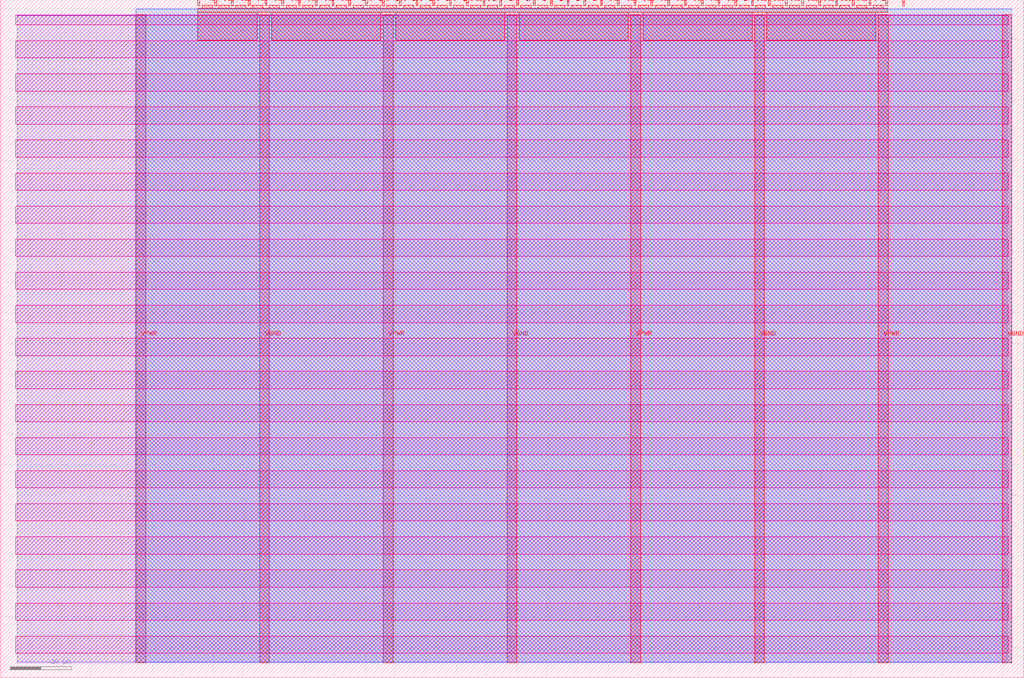
<source format=lef>
VERSION 5.7 ;
  NOWIREEXTENSIONATPIN ON ;
  DIVIDERCHAR "/" ;
  BUSBITCHARS "[]" ;
MACRO tt_um_wokwi_380229599886002177_dup
  CLASS BLOCK ;
  FOREIGN tt_um_wokwi_380229599886002177_dup ;
  ORIGIN 0.000 0.000 ;
  SIZE 168.360 BY 111.520 ;
  PIN VGND
    DIRECTION INOUT ;
    USE GROUND ;
    PORT
      LAYER met4 ;
        RECT 42.670 2.480 44.270 109.040 ;
    END
    PORT
      LAYER met4 ;
        RECT 83.380 2.480 84.980 109.040 ;
    END
    PORT
      LAYER met4 ;
        RECT 124.090 2.480 125.690 109.040 ;
    END
    PORT
      LAYER met4 ;
        RECT 164.800 2.480 166.400 109.040 ;
    END
  END VGND
  PIN VPWR
    DIRECTION INOUT ;
    USE POWER ;
    PORT
      LAYER met4 ;
        RECT 22.315 2.480 23.915 109.040 ;
    END
    PORT
      LAYER met4 ;
        RECT 63.025 2.480 64.625 109.040 ;
    END
    PORT
      LAYER met4 ;
        RECT 103.735 2.480 105.335 109.040 ;
    END
    PORT
      LAYER met4 ;
        RECT 144.445 2.480 146.045 109.040 ;
    END
  END VPWR
  PIN clk
    DIRECTION INPUT ;
    USE SIGNAL ;
    ANTENNAGATEAREA 0.852000 ;
    PORT
      LAYER met4 ;
        RECT 145.670 110.520 145.970 111.520 ;
    END
  END clk
  PIN ena
    DIRECTION INPUT ;
    USE SIGNAL ;
    PORT
      LAYER met4 ;
        RECT 148.430 110.520 148.730 111.520 ;
    END
  END ena
  PIN rst_n
    DIRECTION INPUT ;
    USE SIGNAL ;
    ANTENNAGATEAREA 0.213000 ;
    PORT
      LAYER met4 ;
        RECT 142.910 110.520 143.210 111.520 ;
    END
  END rst_n
  PIN ui_in[0]
    DIRECTION INPUT ;
    USE SIGNAL ;
    ANTENNAGATEAREA 0.196500 ;
    PORT
      LAYER met4 ;
        RECT 140.150 110.520 140.450 111.520 ;
    END
  END ui_in[0]
  PIN ui_in[1]
    DIRECTION INPUT ;
    USE SIGNAL ;
    ANTENNAGATEAREA 0.196500 ;
    PORT
      LAYER met4 ;
        RECT 137.390 110.520 137.690 111.520 ;
    END
  END ui_in[1]
  PIN ui_in[2]
    DIRECTION INPUT ;
    USE SIGNAL ;
    ANTENNAGATEAREA 0.196500 ;
    PORT
      LAYER met4 ;
        RECT 134.630 110.520 134.930 111.520 ;
    END
  END ui_in[2]
  PIN ui_in[3]
    DIRECTION INPUT ;
    USE SIGNAL ;
    ANTENNAGATEAREA 0.196500 ;
    PORT
      LAYER met4 ;
        RECT 131.870 110.520 132.170 111.520 ;
    END
  END ui_in[3]
  PIN ui_in[4]
    DIRECTION INPUT ;
    USE SIGNAL ;
    PORT
      LAYER met4 ;
        RECT 129.110 110.520 129.410 111.520 ;
    END
  END ui_in[4]
  PIN ui_in[5]
    DIRECTION INPUT ;
    USE SIGNAL ;
    PORT
      LAYER met4 ;
        RECT 126.350 110.520 126.650 111.520 ;
    END
  END ui_in[5]
  PIN ui_in[6]
    DIRECTION INPUT ;
    USE SIGNAL ;
    PORT
      LAYER met4 ;
        RECT 123.590 110.520 123.890 111.520 ;
    END
  END ui_in[6]
  PIN ui_in[7]
    DIRECTION INPUT ;
    USE SIGNAL ;
    PORT
      LAYER met4 ;
        RECT 120.830 110.520 121.130 111.520 ;
    END
  END ui_in[7]
  PIN uio_in[0]
    DIRECTION INPUT ;
    USE SIGNAL ;
    PORT
      LAYER met4 ;
        RECT 118.070 110.520 118.370 111.520 ;
    END
  END uio_in[0]
  PIN uio_in[1]
    DIRECTION INPUT ;
    USE SIGNAL ;
    PORT
      LAYER met4 ;
        RECT 115.310 110.520 115.610 111.520 ;
    END
  END uio_in[1]
  PIN uio_in[2]
    DIRECTION INPUT ;
    USE SIGNAL ;
    PORT
      LAYER met4 ;
        RECT 112.550 110.520 112.850 111.520 ;
    END
  END uio_in[2]
  PIN uio_in[3]
    DIRECTION INPUT ;
    USE SIGNAL ;
    PORT
      LAYER met4 ;
        RECT 109.790 110.520 110.090 111.520 ;
    END
  END uio_in[3]
  PIN uio_in[4]
    DIRECTION INPUT ;
    USE SIGNAL ;
    PORT
      LAYER met4 ;
        RECT 107.030 110.520 107.330 111.520 ;
    END
  END uio_in[4]
  PIN uio_in[5]
    DIRECTION INPUT ;
    USE SIGNAL ;
    PORT
      LAYER met4 ;
        RECT 104.270 110.520 104.570 111.520 ;
    END
  END uio_in[5]
  PIN uio_in[6]
    DIRECTION INPUT ;
    USE SIGNAL ;
    PORT
      LAYER met4 ;
        RECT 101.510 110.520 101.810 111.520 ;
    END
  END uio_in[6]
  PIN uio_in[7]
    DIRECTION INPUT ;
    USE SIGNAL ;
    PORT
      LAYER met4 ;
        RECT 98.750 110.520 99.050 111.520 ;
    END
  END uio_in[7]
  PIN uio_oe[0]
    DIRECTION OUTPUT TRISTATE ;
    USE SIGNAL ;
    PORT
      LAYER met4 ;
        RECT 51.830 110.520 52.130 111.520 ;
    END
  END uio_oe[0]
  PIN uio_oe[1]
    DIRECTION OUTPUT TRISTATE ;
    USE SIGNAL ;
    PORT
      LAYER met4 ;
        RECT 49.070 110.520 49.370 111.520 ;
    END
  END uio_oe[1]
  PIN uio_oe[2]
    DIRECTION OUTPUT TRISTATE ;
    USE SIGNAL ;
    PORT
      LAYER met4 ;
        RECT 46.310 110.520 46.610 111.520 ;
    END
  END uio_oe[2]
  PIN uio_oe[3]
    DIRECTION OUTPUT TRISTATE ;
    USE SIGNAL ;
    PORT
      LAYER met4 ;
        RECT 43.550 110.520 43.850 111.520 ;
    END
  END uio_oe[3]
  PIN uio_oe[4]
    DIRECTION OUTPUT TRISTATE ;
    USE SIGNAL ;
    PORT
      LAYER met4 ;
        RECT 40.790 110.520 41.090 111.520 ;
    END
  END uio_oe[4]
  PIN uio_oe[5]
    DIRECTION OUTPUT TRISTATE ;
    USE SIGNAL ;
    PORT
      LAYER met4 ;
        RECT 38.030 110.520 38.330 111.520 ;
    END
  END uio_oe[5]
  PIN uio_oe[6]
    DIRECTION OUTPUT TRISTATE ;
    USE SIGNAL ;
    PORT
      LAYER met4 ;
        RECT 35.270 110.520 35.570 111.520 ;
    END
  END uio_oe[6]
  PIN uio_oe[7]
    DIRECTION OUTPUT TRISTATE ;
    USE SIGNAL ;
    PORT
      LAYER met4 ;
        RECT 32.510 110.520 32.810 111.520 ;
    END
  END uio_oe[7]
  PIN uio_out[0]
    DIRECTION OUTPUT TRISTATE ;
    USE SIGNAL ;
    PORT
      LAYER met4 ;
        RECT 73.910 110.520 74.210 111.520 ;
    END
  END uio_out[0]
  PIN uio_out[1]
    DIRECTION OUTPUT TRISTATE ;
    USE SIGNAL ;
    PORT
      LAYER met4 ;
        RECT 71.150 110.520 71.450 111.520 ;
    END
  END uio_out[1]
  PIN uio_out[2]
    DIRECTION OUTPUT TRISTATE ;
    USE SIGNAL ;
    PORT
      LAYER met4 ;
        RECT 68.390 110.520 68.690 111.520 ;
    END
  END uio_out[2]
  PIN uio_out[3]
    DIRECTION OUTPUT TRISTATE ;
    USE SIGNAL ;
    PORT
      LAYER met4 ;
        RECT 65.630 110.520 65.930 111.520 ;
    END
  END uio_out[3]
  PIN uio_out[4]
    DIRECTION OUTPUT TRISTATE ;
    USE SIGNAL ;
    PORT
      LAYER met4 ;
        RECT 62.870 110.520 63.170 111.520 ;
    END
  END uio_out[4]
  PIN uio_out[5]
    DIRECTION OUTPUT TRISTATE ;
    USE SIGNAL ;
    PORT
      LAYER met4 ;
        RECT 60.110 110.520 60.410 111.520 ;
    END
  END uio_out[5]
  PIN uio_out[6]
    DIRECTION OUTPUT TRISTATE ;
    USE SIGNAL ;
    PORT
      LAYER met4 ;
        RECT 57.350 110.520 57.650 111.520 ;
    END
  END uio_out[6]
  PIN uio_out[7]
    DIRECTION OUTPUT TRISTATE ;
    USE SIGNAL ;
    PORT
      LAYER met4 ;
        RECT 54.590 110.520 54.890 111.520 ;
    END
  END uio_out[7]
  PIN uo_out[0]
    DIRECTION OUTPUT TRISTATE ;
    USE SIGNAL ;
    ANTENNADIFFAREA 0.795200 ;
    PORT
      LAYER met4 ;
        RECT 95.990 110.520 96.290 111.520 ;
    END
  END uo_out[0]
  PIN uo_out[1]
    DIRECTION OUTPUT TRISTATE ;
    USE SIGNAL ;
    ANTENNADIFFAREA 0.445500 ;
    PORT
      LAYER met4 ;
        RECT 93.230 110.520 93.530 111.520 ;
    END
  END uo_out[1]
  PIN uo_out[2]
    DIRECTION OUTPUT TRISTATE ;
    USE SIGNAL ;
    ANTENNADIFFAREA 0.445500 ;
    PORT
      LAYER met4 ;
        RECT 90.470 110.520 90.770 111.520 ;
    END
  END uo_out[2]
  PIN uo_out[3]
    DIRECTION OUTPUT TRISTATE ;
    USE SIGNAL ;
    ANTENNADIFFAREA 0.445500 ;
    PORT
      LAYER met4 ;
        RECT 87.710 110.520 88.010 111.520 ;
    END
  END uo_out[3]
  PIN uo_out[4]
    DIRECTION OUTPUT TRISTATE ;
    USE SIGNAL ;
    PORT
      LAYER met4 ;
        RECT 84.950 110.520 85.250 111.520 ;
    END
  END uo_out[4]
  PIN uo_out[5]
    DIRECTION OUTPUT TRISTATE ;
    USE SIGNAL ;
    PORT
      LAYER met4 ;
        RECT 82.190 110.520 82.490 111.520 ;
    END
  END uo_out[5]
  PIN uo_out[6]
    DIRECTION OUTPUT TRISTATE ;
    USE SIGNAL ;
    PORT
      LAYER met4 ;
        RECT 79.430 110.520 79.730 111.520 ;
    END
  END uo_out[6]
  PIN uo_out[7]
    DIRECTION OUTPUT TRISTATE ;
    USE SIGNAL ;
    PORT
      LAYER met4 ;
        RECT 76.670 110.520 76.970 111.520 ;
    END
  END uo_out[7]
  OBS
      LAYER nwell ;
        RECT 2.570 107.385 165.790 108.990 ;
        RECT 2.570 101.945 165.790 104.775 ;
        RECT 2.570 96.505 165.790 99.335 ;
        RECT 2.570 91.065 165.790 93.895 ;
        RECT 2.570 85.625 165.790 88.455 ;
        RECT 2.570 80.185 165.790 83.015 ;
        RECT 2.570 74.745 165.790 77.575 ;
        RECT 2.570 69.305 165.790 72.135 ;
        RECT 2.570 63.865 165.790 66.695 ;
        RECT 2.570 58.425 165.790 61.255 ;
        RECT 2.570 52.985 165.790 55.815 ;
        RECT 2.570 47.545 165.790 50.375 ;
        RECT 2.570 42.105 165.790 44.935 ;
        RECT 2.570 36.665 165.790 39.495 ;
        RECT 2.570 31.225 165.790 34.055 ;
        RECT 2.570 25.785 165.790 28.615 ;
        RECT 2.570 20.345 165.790 23.175 ;
        RECT 2.570 14.905 165.790 17.735 ;
        RECT 2.570 9.465 165.790 12.295 ;
        RECT 2.570 4.025 165.790 6.855 ;
      LAYER li1 ;
        RECT 2.760 2.635 165.600 108.885 ;
      LAYER met1 ;
        RECT 2.760 2.480 166.400 109.040 ;
      LAYER met2 ;
        RECT 22.345 2.535 166.370 110.005 ;
      LAYER met3 ;
        RECT 22.325 2.555 166.390 109.985 ;
      LAYER met4 ;
        RECT 33.210 110.120 34.870 110.650 ;
        RECT 35.970 110.120 37.630 110.650 ;
        RECT 38.730 110.120 40.390 110.650 ;
        RECT 41.490 110.120 43.150 110.650 ;
        RECT 44.250 110.120 45.910 110.650 ;
        RECT 47.010 110.120 48.670 110.650 ;
        RECT 49.770 110.120 51.430 110.650 ;
        RECT 52.530 110.120 54.190 110.650 ;
        RECT 55.290 110.120 56.950 110.650 ;
        RECT 58.050 110.120 59.710 110.650 ;
        RECT 60.810 110.120 62.470 110.650 ;
        RECT 63.570 110.120 65.230 110.650 ;
        RECT 66.330 110.120 67.990 110.650 ;
        RECT 69.090 110.120 70.750 110.650 ;
        RECT 71.850 110.120 73.510 110.650 ;
        RECT 74.610 110.120 76.270 110.650 ;
        RECT 77.370 110.120 79.030 110.650 ;
        RECT 80.130 110.120 81.790 110.650 ;
        RECT 82.890 110.120 84.550 110.650 ;
        RECT 85.650 110.120 87.310 110.650 ;
        RECT 88.410 110.120 90.070 110.650 ;
        RECT 91.170 110.120 92.830 110.650 ;
        RECT 93.930 110.120 95.590 110.650 ;
        RECT 96.690 110.120 98.350 110.650 ;
        RECT 99.450 110.120 101.110 110.650 ;
        RECT 102.210 110.120 103.870 110.650 ;
        RECT 104.970 110.120 106.630 110.650 ;
        RECT 107.730 110.120 109.390 110.650 ;
        RECT 110.490 110.120 112.150 110.650 ;
        RECT 113.250 110.120 114.910 110.650 ;
        RECT 116.010 110.120 117.670 110.650 ;
        RECT 118.770 110.120 120.430 110.650 ;
        RECT 121.530 110.120 123.190 110.650 ;
        RECT 124.290 110.120 125.950 110.650 ;
        RECT 127.050 110.120 128.710 110.650 ;
        RECT 129.810 110.120 131.470 110.650 ;
        RECT 132.570 110.120 134.230 110.650 ;
        RECT 135.330 110.120 136.990 110.650 ;
        RECT 138.090 110.120 139.750 110.650 ;
        RECT 140.850 110.120 142.510 110.650 ;
        RECT 143.610 110.120 145.270 110.650 ;
        RECT 32.495 109.440 145.970 110.120 ;
        RECT 32.495 104.895 42.270 109.440 ;
        RECT 44.670 104.895 62.625 109.440 ;
        RECT 65.025 104.895 82.980 109.440 ;
        RECT 85.380 104.895 103.335 109.440 ;
        RECT 105.735 104.895 123.690 109.440 ;
        RECT 126.090 104.895 144.045 109.440 ;
  END
END tt_um_wokwi_380229599886002177_dup
END LIBRARY


</source>
